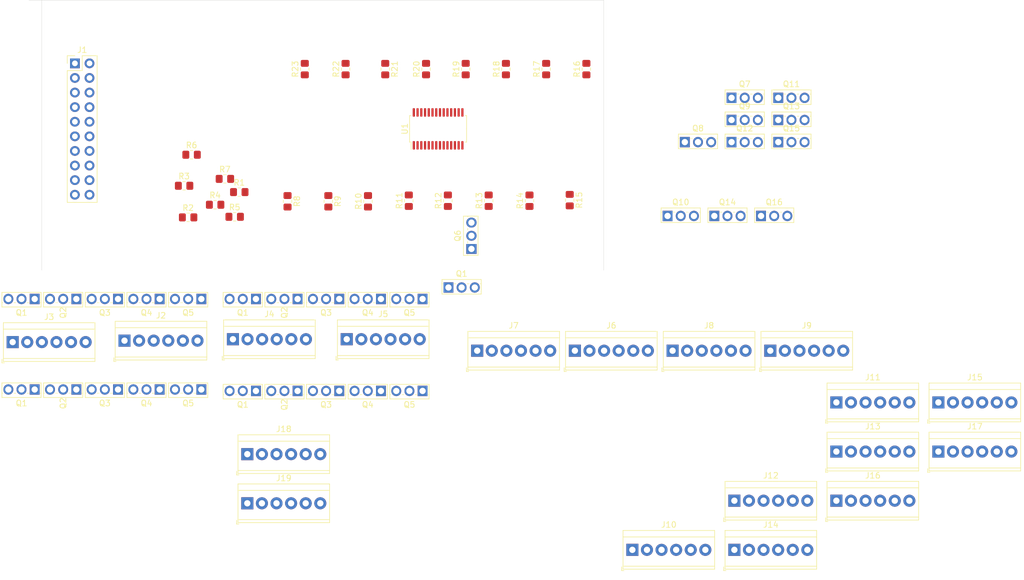
<source format=kicad_pcb>
(kicad_pcb (version 20221018) (generator pcbnew)
  (layers (0 "F.Cu" signal) (31 "B.Cu" signal) (34 "B.Paste" user) (35 "F.Paste" user) (36 "B.SilkS" user "B.Silkscreen") (37 "F.SilkS" user "F.Silkscreen") (38 "B.Mask" user) (39 "F.Mask" user) (44 "Edge.Cuts" user))
  (net 0 "")
  (net 1 "Net-(R7-Pad1)")
  (net 2 "Net-(R6-Pad1)")
  (net 3 "GND")
  (net 4 "Net-(R5-Pad1)")
  (net 5 "Net-(R4-Pad1)")
  (net 6 "Net-(R3-Pad1)")
  (net 7 "Net-(R2-Pad1)")
  (net 8 "Net-(R1-Pad1)")
  (net 9 "+5V")
  (net 10 "/nOE")
  (net 11 "Net-(J1-Pad11)")
  (net 12 "/SCL")
  (net 13 "Net-(J1-Pad9)")
  (net 14 "/SDA")
  (net 15 "Net-(J1-Pad7)")
  (net 16 "VCC")
  (net 17 "/LED0")
  (net 18 "/LED1")
  (net 19 "/LED15")
  (net 20 "/LED14")
  (net 21 "/LED13")
  (net 22 "/LED12")
  (net 23 "/LED11")
  (net 24 "/LED10")
  (net 25 "/LED9")
  (net 26 "/LED8")
  (net 27 "/LED7")
  (net 28 "/LED6")
  (net 29 "/LED5")
  (net 30 "/LED4")
  (net 31 "/LED3")
  (net 32 "/LED2")
  (net 33 "Net-(J2-Pad1)")
  (net 34 "Net-(J3-Pad1)")
  (net 35 "Net-(J4-Pad1)")
  (net 36 "Net-(Q1-Pad1)")
  (net 37 "Net-(Q1-Pad2)")
  (net 38 "Net-(Q2-Pad1)")
  (net 39 "Net-(Q3-Pad1)")
  (net 40 "Net-(Q4-Pad1)")
  (net 41 "Net-(Q5-Pad1)")
  (net 42 "Net-(Q6-Pad2)")
  (net 43 "Net-(Q6-Pad1)")
  (net 44 "Net-(Q7-Pad2)")
  (net 45 "Net-(Q7-Pad1)")
  (net 46 "Net-(Q8-Pad2)")
  (net 47 "Net-(Q8-Pad1)")
  (net 48 "Net-(Q9-Pad2)")
  (net 49 "Net-(Q9-Pad1)")
  (net 50 "Net-(Q10-Pad2)")
  (net 51 "Net-(Q10-Pad1)")
  (net 52 "Net-(Q11-Pad2)")
  (net 53 "Net-(Q11-Pad1)")
  (net 54 "Net-(Q12-Pad2)")
  (net 55 "Net-(Q12-Pad1)")
  (net 56 "Net-(Q13-Pad2)")
  (net 57 "Net-(Q13-Pad1)")
  (net 58 "Net-(Q14-Pad2)")
  (net 59 "Net-(Q14-Pad1)")
  (net 60 "Net-(Q15-Pad2)")
  (net 61 "Net-(Q15-Pad1)")
  (net 62 "Net-(Q16-Pad2)")
  (net 63 "Net-(Q16-Pad1)")
  (net 64 "/LED4_OUT")
  (net 65 "/LED3_OUT")
  (net 66 "/LED2_OUT")
  (net 67 "/LED1_OUT")
  (net 68 "/LED0_OUT")
  (net 69 "/LED9_OUT")
  (net 70 "/LED8_OUT")
  (net 71 "/LED7_OUT")
  (net 72 "/LED6_OUT")
  (net 73 "/LED5_OUT")
  (net 74 "/LED14_OUT")
  (net 75 "/LED13_OUT")
  (net 76 "/LED12_OUT")
  (net 77 "/LED11_OUT")
  (net 78 "/LED10_OUT")
  (net 79 "Net-(J5-Pad1)")
  (net 80 "Net-(J6-Pad1)")
  (net 81 "Net-(J7-Pad1)")
  (net 82 "Net-(J8-Pad6)")
  (net 83 "Net-(J8-Pad5)")
  (net 84 "Net-(J8-Pad4)")
  (net 85 "Net-(J8-Pad3)")
  (net 86 "Net-(J8-Pad2)")
  (net 87 "Net-(J8-Pad1)")
  (net 88 "Net-(J9-Pad6)")
  (net 89 "Net-(J9-Pad5)")
  (net 90 "Net-(J9-Pad4)")
  (net 91 "Net-(J9-Pad3)")
  (net 92 "Net-(J9-Pad2)")
  (net 93 "Net-(J9-Pad1)")
  (net 94 "Net-(J10-Pad6)")
  (net 95 "Net-(J10-Pad5)")
  (net 96 "Net-(J10-Pad4)")
  (net 97 "Net-(J10-Pad3)")
  (net 98 "Net-(J10-Pad2)")
  (net 99 "Net-(J10-Pad1)")
  (net 100 "Net-(J11-Pad6)")
  (net 101 "Net-(J11-Pad5)")
  (net 102 "Net-(J11-Pad4)")
  (net 103 "Net-(J11-Pad3)")
  (net 104 "Net-(J11-Pad2)")
  (net 105 "Net-(J11-Pad1)")
  (net 106 "Net-(J12-Pad1)")
  (net 107 "Net-(J13-Pad6)")
  (net 108 "Net-(J13-Pad5)")
  (net 109 "Net-(J13-Pad4)")
  (net 110 "Net-(J13-Pad3)")
  (net 111 "Net-(J13-Pad2)")
  (net 112 "Net-(J13-Pad1)")
  (net 113 "Net-(J14-Pad6)")
  (net 114 "Net-(J14-Pad5)")
  (net 115 "Net-(J14-Pad4)")
  (net 116 "Net-(J14-Pad3)")
  (net 117 "Net-(J14-Pad2)")
  (net 118 "Net-(J14-Pad1)")
  (net 119 "Net-(J15-Pad1)")
  (net 120 "Net-(J16-Pad6)")
  (net 121 "Net-(J16-Pad5)")
  (net 122 "Net-(J16-Pad4)")
  (net 123 "Net-(J16-Pad3)")
  (net 124 "Net-(J16-Pad2)")
  (net 125 "Net-(J16-Pad1)")
  (net 126 "Net-(J17-Pad1)")
  (net 127 "Net-(J18-Pad6)")
  (net 128 "Net-(J18-Pad5)")
  (net 129 "Net-(J18-Pad4)")
  (net 130 "Net-(J18-Pad3)")
  (net 131 "Net-(J18-Pad2)")
  (net 132 "Net-(J18-Pad1)")
  (net 133 "Net-(J19-Pad6)")
  (net 134 "Net-(J19-Pad5)")
  (net 135 "Net-(J19-Pad4)")
  (net 136 "Net-(J19-Pad3)")
  (net 137 "Net-(J19-Pad2)")
  (net 138 "Net-(J19-Pad1)")
  (footprint "Connector_PinHeader_2.54mm:PinHeader_2x10_P2.54mm_Vertical" (layer "F.Cu") (at 68 41)
    (fp_text reference "J1" (at 1.27 -2.33) (layer "F.SilkS"))
    (fp_text value "Conn_02x10_Odd_Even")
    (pad "1" thru_hole rect (at 0 0) (size 1.7 1.7) (drill 1) (layers "*.Cu" "*.Mask") (net 16 "VCC"))
    (pad "2" thru_hole oval (at 2.54 0) (size 1.7 1.7) (drill 1) (layers "*.Cu" "*.Mask") (net 16 "VCC"))
    (pad "3" thru_hole oval (at 0 2.54) (size 1.7 1.7) (drill 1) (layers "*.Cu" "*.Mask") (net 16 "VCC"))
    (pad "4" thru_hole oval (at 2.54 2.54) (size 1.7 1.7) (drill 1) (layers "*.Cu" "*.Mask") (net 16 "VCC"))
    (pad "5" thru_hole oval (at 0 5.08) (size 1.7 1.7) (drill 1) (layers "*.Cu" "*.Mask") (net 16 "VCC"))
    (pad "6" thru_hole oval (at 2.54 5.08) (size 1.7 1.7) (drill 1) (layers "*.Cu" "*.Mask") (net 16 "VCC"))
    (pad "7" thru_hole oval (at 0 7.62) (size 1.7 1.7) (drill 1) (layers "*.Cu" "*.Mask") (net 15 "Net-(J1-Pad7)"))
    (pad "8" thru_hole oval (at 2.54 7.62) (size 1.7 1.7) (drill 1) (layers "*.Cu" "*.Mask") (net 10 "/nOE"))
    (pad "9" thru_hole oval (at 0 10.16) (size 1.7 1.7) (drill 1) (layers "*.Cu" "*.Mask") (net 13 "Net-(J1-Pad9)"))
    (pad "10" thru_hole oval (at 2.54 10.16) (size 1.7 1.7) (drill 1) (layers "*.Cu" "*.Mask") (net 12 "/SCL"))
    (pad "11" thru_hole oval (at 0 12.7) (size 1.7 1.7) (drill 1) (layers "*.Cu" "*.Mask") (net 11 "Net-(J1-Pad11)"))
    (pad "12" thru_hole oval (at 2.54 12.7) (size 1.7 1.7) (drill 1) (layers "*.Cu" "*.Mask") (net 14 "/SDA"))
    (pad "13" thru_hole oval (at 0 15.24) (size 1.7 1.7) (drill 1) (layers "*.Cu" "*.Mask") (net 9 "+5V"))
    (pad "14" thru_hole oval (at 2.54 15.24) (size 1.7 1.7) (drill 1) (layers "*.Cu" "*.Mask") (net 9 "+5V"))
    (pad "15" thru_hole oval (at 0 17.78) (size 1.7 1.7) (drill 1) (layers "*.Cu" "*.Mask") (net 3 "GND"))
    (pad "16" thru_hole oval (at 2.54 17.78) (size 1.7 1.7) (drill 1) (layers "*.Cu" "*.Mask") (net 3 "GND"))
    (pad "17" thru_hole oval (at 0 20.32) (size 1.7 1.7) (drill 1) (layers "*.Cu" "*.Mask") (net 3 "GND"))
    (pad "18" thru_hole oval (at 2.54 20.32) (size 1.7 1.7) (drill 1) (layers "*.Cu" "*.Mask") (net 3 "GND"))
    (pad "19" thru_hole oval (at 0 22.86) (size 1.7 1.7) (drill 1) (layers "*.Cu" "*.Mask") (net 3 "GND"))
    (pad "20" thru_hole oval (at 2.54 22.86) (size 1.7 1.7) (drill 1) (layers "*.Cu" "*.Mask") (net 3 "GND"))
  )
  (footprint "Resistor_SMD:R_0805_2012Metric_Pad1.20x1.40mm_HandSolder" (layer "F.Cu") (at 87.7 67.8)
    (fp_text reference "R2" (at 0 -1.65) (layer "F.SilkS"))
    (fp_text value "R")
    (pad "1" smd roundrect (at -1 0) (size 1.2 1.4) (layers "F.Cu" "F.Paste" "F.Mask") (roundrect_rratio 0.208333) (net 7 "Net-(R2-Pad1)"))
    (pad "2" smd roundrect (at 1 0) (size 1.2 1.4) (layers "F.Cu" "F.Paste" "F.Mask") (roundrect_rratio 0.208333) (net 3 "GND"))
  )
  (footprint "Resistor_SMD:R_0805_2012Metric_Pad1.20x1.40mm_HandSolder" (layer "F.Cu") (at 92.4 65.6)
    (fp_text reference "R4" (at 0 -1.65) (layer "F.SilkS"))
    (fp_text value "R")
    (pad "1" smd roundrect (at -1 0) (size 1.2 1.4) (layers "F.Cu" "F.Paste" "F.Mask") (roundrect_rratio 0.208333) (net 5 "Net-(R4-Pad1)"))
    (pad "2" smd roundrect (at 1 0) (size 1.2 1.4) (layers "F.Cu" "F.Paste" "F.Mask") (roundrect_rratio 0.208333) (net 3 "GND"))
  )
  (footprint "Resistor_SMD:R_0805_2012Metric_Pad1.20x1.40mm_HandSolder" (layer "F.Cu") (at 95.8 67.7)
    (fp_text reference "R5" (at 0 -1.65) (layer "F.SilkS"))
    (fp_text value "R")
    (pad "1" smd roundrect (at -1 0) (size 1.2 1.4) (layers "F.Cu" "F.Paste" "F.Mask") (roundrect_rratio 0.208333) (net 4 "Net-(R5-Pad1)"))
    (pad "2" smd roundrect (at 1 0) (size 1.2 1.4) (layers "F.Cu" "F.Paste" "F.Mask") (roundrect_rratio 0.208333) (net 3 "GND"))
  )
  (footprint "Resistor_SMD:R_0805_2012Metric_Pad1.20x1.40mm_HandSolder" (layer "F.Cu") (at 88.3 56.9)
    (fp_text reference "R6" (at 0 -1.65) (layer "F.SilkS"))
    (fp_text value "R")
    (pad "1" smd roundrect (at -1 0) (size 1.2 1.4) (layers "F.Cu" "F.Paste" "F.Mask") (roundrect_rratio 0.208333) (net 2 "Net-(R6-Pad1)"))
    (pad "2" smd roundrect (at 1 0) (size 1.2 1.4) (layers "F.Cu" "F.Paste" "F.Mask") (roundrect_rratio 0.208333) (net 3 "GND"))
  )
  (footprint "Resistor_SMD:R_0805_2012Metric_Pad1.20x1.40mm_HandSolder" (layer "F.Cu") (at 105 65 -90)
    (fp_text reference "R8" (at 0 -1.65 90) (layer "F.SilkS"))
    (fp_text value "R")
    (pad "1" smd roundrect (at -1 0 270) (size 1.2 1.4) (layers "F.Cu" "F.Paste" "F.Mask") (roundrect_rratio 0.208333) (net 17 "/LED0"))
    (pad "2" smd roundrect (at 1 0 270) (size 1.2 1.4) (layers "F.Cu" "F.Paste" "F.Mask") (roundrect_rratio 0.208333) (net 36 "Net-(Q1-Pad1)"))
  )
  (footprint "Resistor_SMD:R_0805_2012Metric_Pad1.20x1.40mm_HandSolder" (layer "F.Cu") (at 126.1 64.9 90)
    (fp_text reference "R11" (at 0 -1.65 90) (layer "F.SilkS"))
    (fp_text value "R")
    (pad "1" smd roundrect (at -1 0 90) (size 1.2 1.4) (layers "F.Cu" "F.Paste" "F.Mask") (roundrect_rratio 0.208333) (net 31 "/LED3"))
    (pad "2" smd roundrect (at 1 0 90) (size 1.2 1.4) (layers "F.Cu" "F.Paste" "F.Mask") (roundrect_rratio 0.208333) (net 40 "Net-(Q4-Pad1)"))
  )
  (footprint "Resistor_SMD:R_0805_2012Metric_Pad1.20x1.40mm_HandSolder" (layer "F.Cu") (at 140 64.9 90)
    (fp_text reference "R13" (at 0 -1.65 90) (layer "F.SilkS"))
    (fp_text value "R")
    (pad "1" smd roundrect (at -1 0 90) (size 1.2 1.4) (layers "F.Cu" "F.Paste" "F.Mask") (roundrect_rratio 0.208333) (net 29 "/LED5"))
    (pad "2" smd roundrect (at 1 0 90) (size 1.2 1.4) (layers "F.Cu" "F.Paste" "F.Mask") (roundrect_rratio 0.208333) (net 43 "Net-(Q6-Pad1)"))
  )
  (footprint "Resistor_SMD:R_0805_2012Metric_Pad1.20x1.40mm_HandSolder" (layer "F.Cu") (at 147.1 64.9 90)
    (fp_text reference "R14" (at 0 -1.65 90) (layer "F.SilkS"))
    (fp_text value "R")
    (pad "1" smd roundrect (at -1 0 90) (size 1.2 1.4) (layers "F.Cu" "F.Paste" "F.Mask") (roundrect_rratio 0.208333) (net 28 "/LED6"))
    (pad "2" smd roundrect (at 1 0 90) (size 1.2 1.4) (layers "F.Cu" "F.Paste" "F.Mask") (roundrect_rratio 0.208333) (net 45 "Net-(Q7-Pad1)"))
  )
  (footprint "Resistor_SMD:R_0805_2012Metric_Pad1.20x1.40mm_HandSolder" (layer "F.Cu") (at 143 42 90)
    (fp_text reference "R18" (at 0 -1.65 90) (layer "F.SilkS"))
    (fp_text value "R")
    (pad "1" smd roundrect (at -1 0 90) (size 1.2 1.4) (layers "F.Cu" "F.Paste" "F.Mask") (roundrect_rratio 0.208333) (net 24 "/LED10"))
    (pad "2" smd roundrect (at 1 0 90) (size 1.2 1.4) (layers "F.Cu" "F.Paste" "F.Mask") (roundrect_rratio 0.208333) (net 53 "Net-(Q11-Pad1)"))
  )
  (footprint "Resistor_SMD:R_0805_2012Metric_Pad1.20x1.40mm_HandSolder" (layer "F.Cu") (at 136 42 90)
    (fp_text reference "R19" (at 0 -1.65 90) (layer "F.SilkS"))
    (fp_text value "R")
    (pad "1" smd roundrect (at -1 0 90) (size 1.2 1.4) (layers "F.Cu" "F.Paste" "F.Mask") (roundrect_rratio 0.208333) (net 23 "/LED11"))
    (pad "2" smd roundrect (at 1 0 90) (size 1.2 1.4) (layers "F.Cu" "F.Paste" "F.Mask") (roundrect_rratio 0.208333) (net 55 "Net-(Q12-Pad1)"))
  )
  (footprint "Resistor_SMD:R_0805_2012Metric_Pad1.20x1.40mm_HandSolder" (layer "F.Cu") (at 122 42 -90)
    (fp_text reference "R21" (at 0 -1.65 90) (layer "F.SilkS"))
    (fp_text value "R")
    (pad "1" smd roundrect (at -1 0 270) (size 1.2 1.4) (layers "F.Cu" "F.Paste" "F.Mask") (roundrect_rratio 0.208333) (net 21 "/LED13"))
    (pad "2" smd roundrect (at 1 0 270) (size 1.2 1.4) (layers "F.Cu" "F.Paste" "F.Mask") (roundrect_rratio 0.208333) (net 59 "Net-(Q14-Pad1)"))
  )
  (footprint "Resistor_SMD:R_0805_2012Metric_Pad1.20x1.40mm_HandSolder" (layer "F.Cu") (at 115.1 42 90)
    (fp_text reference "R22" (at 0 -1.65 90) (layer "F.SilkS"))
    (fp_text value "R")
    (pad "1" smd roundrect (at -1 0 90) (size 1.2 1.4) (layers "F.Cu" "F.Paste" "F.Mask") (roundrect_rratio 0.208333) (net 20 "/LED14"))
    (pad "2" smd roundrect (at 1 0 90) (size 1.2 1.4) (layers "F.Cu" "F.Paste" "F.Mask") (roundrect_rratio 0.208333) (net 61 "Net-(Q15-Pad1)"))
  )
  (footprint "Resistor_SMD:R_0805_2012Metric_Pad1.20x1.40mm_HandSolder" (layer "F.Cu") (at 108 42 90)
    (fp_text reference "R23" (at 0 -1.65 90) (layer "F.SilkS"))
    (fp_text value "R")
    (pad "1" smd roundrect (at -1 0 90) (size 1.2 1.4) (layers "F.Cu" "F.Paste" "F.Mask") (roundrect_rratio 0.208333) (net 19 "/LED15"))
    (pad "2" smd roundrect (at 1 0 90) (size 1.2 1.4) (layers "F.Cu" "F.Paste" "F.Mask") (roundrect_rratio 0.208333) (net 63 "Net-(Q16-Pad1)"))
  )
  (footprint "Resistor_SMD:R_0805_2012Metric_Pad1.20x1.40mm_HandSolder" (layer "F.Cu") (at 96.6 63.4)
    (fp_text reference "R1" (at 0 -1.65) (layer "F.SilkS"))
    (fp_text value "R")
    (pad "1" smd roundrect (at -1 0) (size 1.2 1.4) (layers "F.Cu" "F.Paste" "F.Mask") (roundrect_rratio 0.208333) (net 8 "Net-(R1-Pad1)"))
    (pad "2" smd roundrect (at 1 0) (size 1.2 1.4) (layers "F.Cu" "F.Paste" "F.Mask") (roundrect_rratio 0.208333) (net 3 "GND"))
  )
  (footprint "Resistor_SMD:R_0805_2012Metric_Pad1.20x1.40mm_HandSolder" (layer "F.Cu") (at 154.1 64.8 -90)
    (fp_text reference "R15" (at 0 -1.65 90) (layer "F.SilkS"))
    (fp_text value "R")
    (pad "1" smd roundrect (at -1 0 270) (size 1.2 1.4) (layers "F.Cu" "F.Paste" "F.Mask") (roundrect_rratio 0.208333) (net 27 "/LED7"))
    (pad "2" smd roundrect (at 1 0 270) (size 1.2 1.4) (layers "F.Cu" "F.Paste" "F.Mask") (roundrect_rratio 0.208333) (net 47 "Net-(Q8-Pad1)"))
  )
  (footprint "Resistor_SMD:R_0805_2012Metric_Pad1.20x1.40mm_HandSolder" (layer "F.Cu") (at 132.9 64.9 90)
    (fp_text reference "R12" (at 0 -1.65 90) (layer "F.SilkS"))
    (fp_text value "R")
    (pad "1" smd roundrect (at -1 0 90) (size 1.2 1.4) (layers "F.Cu" "F.Paste" "F.Mask") (roundrect_rratio 0.208333) (net 30 "/LED4"))
    (pad "2" smd roundrect (at 1 0 90) (size 1.2 1.4) (layers "F.Cu" "F.Paste" "F.Mask") (roundrect_rratio 0.208333) (net 41 "Net-(Q5-Pad1)"))
  )
  (footprint "Resistor_SMD:R_0805_2012Metric_Pad1.20x1.40mm_HandSolder" (layer "F.Cu") (at 119 65 90)
    (fp_text reference "R10" (at 0 -1.65 90) (layer "F.SilkS"))
    (fp_text value "R")
    (pad "1" smd roundrect (at -1 0 90) (size 1.2 1.4) (layers "F.Cu" "F.Paste" "F.Mask") (roundrect_rratio 0.208333) (net 32 "/LED2"))
    (pad "2" smd roundrect (at 1 0 90) (size 1.2 1.4) (layers "F.Cu" "F.Paste" "F.Mask") (roundrect_rratio 0.208333) (net 39 "Net-(Q3-Pad1)"))
  )
  (footprint "Resistor_SMD:R_0805_2012Metric_Pad1.20x1.40mm_HandSolder" (layer "F.Cu") (at 94.1 61.1)
    (fp_text reference "R7" (at 0 -1.65) (layer "F.SilkS"))
    (fp_text value "R")
    (pad "1" smd roundrect (at -1 0) (size 1.2 1.4) (layers "F.Cu" "F.Paste" "F.Mask") (roundrect_rratio 0.208333) (net 1 "Net-(R7-Pad1)"))
    (pad "2" smd roundrect (at 1 0) (size 1.2 1.4) (layers "F.Cu" "F.Paste" "F.Mask") (roundrect_rratio 0.208333) (net 3 "GND"))
  )
  (footprint "Resistor_SMD:R_0805_2012Metric_Pad1.20x1.40mm_HandSolder" (layer "F.Cu") (at 112.1 65 -90)
    (fp_text reference "R9" (at 0 -1.65 90) (layer "F.SilkS"))
    (fp_text value "R")
    (pad "1" smd roundrect (at -1 0 270) (size 1.2 1.4) (layers "F.Cu" "F.Paste" "F.Mask") (roundrect_rratio 0.208333) (net 18 "/LED1"))
    (pad "2" smd roundrect (at 1 0 270) (size 1.2 1.4) (layers "F.Cu" "F.Paste" "F.Mask") (roundrect_rratio 0.208333) (net 38 "Net-(Q2-Pad1)"))
  )
  (footprint "Resistor_SMD:R_0805_2012Metric_Pad1.20x1.40mm_HandSolder" (layer "F.Cu") (at 129.1 42 90)
    (fp_text reference "R20" (at 0 -1.65 90) (layer "F.SilkS"))
    (fp_text value "R")
    (pad "1" smd roundrect (at -1 0 90) (size 1.2 1.4) (layers "F.Cu" "F.Paste" "F.Mask") (roundrect_rratio 0.208333) (net 22 "/LED12"))
    (pad "2" smd roundrect (at 1 0 90) (size 1.2 1.4) (layers "F.Cu" "F.Paste" "F.Mask") (roundrect_rratio 0.208333) (net 57 "Net-(Q13-Pad1)"))
  )
  (footprint "Resistor_SMD:R_0805_2012Metric_Pad1.20x1.40mm_HandSolder" (layer "F.Cu") (at 157 42 90)
    (fp_text reference "R16" (at 0 -1.65 90) (layer "F.SilkS"))
    (fp_text value "R")
    (pad "1" smd roundrect (at -1 0 90) (size 1.2 1.4) (layers "F.Cu" "F.Paste" "F.Mask") (roundrect_rratio 0.208333) (net 26 "/LED8"))
    (pad "2" smd roundrect (at 1 0 90) (size 1.2 1.4) (layers "F.Cu" "F.Paste" "F.Mask") (roundrect_rratio 0.208333) (net 49 "Net-(Q9-Pad1)"))
  )
  (footprint "Resistor_SMD:R_0805_2012Metric_Pad1.20x1.40mm_HandSolder" (layer "F.Cu") (at 87 62.3)
    (fp_text reference "R3" (at 0 -1.65) (layer "F.SilkS"))
    (fp_text value "R")
    (pad "1" smd roundrect (at -1 0) (size 1.2 1.4) (layers "F.Cu" "F.Paste" "F.Mask") (roundrect_rratio 0.208333) (net 6 "Net-(R3-Pad1)"))
    (pad "2" smd roundrect (at 1 0) (size 1.2 1.4) (layers "F.Cu" "F.Paste" "F.Mask") (roundrect_rratio 0.208333) (net 3 "GND"))
  )
  (footprint "Package_SO:TSSOP-28_4.4x9.7mm_P0.65mm" (layer "F.Cu") (at 131.2 52.4 90)
    (fp_text reference "U1" (at 0 -5.8 90) (layer "F.SilkS"))
    (fp_text value "PCA9635")
    (pad "1" smd roundrect (at -2.8625 -4.225 90) (size 1.475 0.4) (layers "F.Cu" "F.Paste" "F.Mask") (net 8 "Net-(R1-Pad1)"))
    (pad "2" smd roundrect (at -2.8625 -3.575 90) (size 1.475 0.4) (layers "F.Cu" "F.Paste" "F.Mask") (net 7 "Net-(R2-Pad1)"))
    (pad "3" smd roundrect (at -2.8625 -2.925 90) (size 1.475 0.4) (layers "F.Cu" "F.Paste" "F.Mask") (net 6 "Net-(R3-Pad1)"))
    (pad "4" smd roundrect (at -2.8625 -2.275 90) (size 1.475 0.4) (layers "F.Cu" "F.Paste" "F.Mask") (net 5 "Net-(R4-Pad1)"))
    (pad "5" smd roundrect (at -2.8625 -1.625 90) (size 1.475 0.4) (layers "F.Cu" "F.Paste" "F.Mask") (net 4 "Net-(R5-Pad1)"))
    (pad "6" smd roundrect (at -2.8625 -0.975 90) (size 1.475 0.4) (layers "F.Cu" "F.Paste" "F.Mask") (net 17 "/LED0"))
    (pad "7" smd roundrect (at -2.8625 -0.325 90) (size 1.475 0.4) (layers "F.Cu" "F.Paste" "F.Mask") (net 18 "/LED1"))
    (pad "8" smd roundrect (at -2.8625 0.325 90) (size 1.475 0.4) (layers "F.Cu" "F.Paste" "F.Mask") (net 32 "/LED2"))
    (pad "9" smd roundrect (at -2.8625 0.975 90) (size 1.475 0.4) (layers "F.Cu" "F.Paste" "F.Mask") (net 31 "/LED3"))
    (pad "10" smd roundrect (at -2.8625 1.625 90) (size 1.475 0.4) (layers "F.Cu" "F.Paste" "F.Mask") (net 30 "/LED4"))
    (pad "11" smd roundrect (at -2.8625 2.275 90) (size 1.475 0.4) (layers "F.Cu" "F.Paste" "F.Mask") (net 29 "/LED5"))
    (pad "12" smd roundrect (at -2.8625 2.925 90) (size 1.475 0.4) (layers "F.Cu" "F.Paste" "F.Mask") (net 28 "/LED6"))
    (pad "13" smd roundrect (at -2.8625 3.575 90) (size 1.475 0.4) (layers "F.Cu" "F.Paste" "F.Mask") (net 27 "/LED7"))
    (pad "14" smd roundrect (at -2.8625 4.225 90) (size 1.475 0.4) (layers "F.Cu" "F.Paste" "F.Mask") (net 3 "GND"))
    (pad "15" smd roundrect (at 2.8625 4.225 90) (size 1.475 0.4) (layers "F.Cu" "F.Paste" "F.Mask") (net 26 "/LED8"))
    (pad "16" smd roundrect (at 2.8625 3.575 90) (size 1.475 0.4) (layers "F.Cu" "F.Paste" "F.Mask") (net 25 "/LED9"))
    (pad "17" smd roundrect (at 2.8625 2.925 90) (size 1.475 0.4) (layers "F.Cu" "F.Paste" "F.Mask") (net 24 "/LED10"))
    (pad "18" smd roundrect (at 2.8625 2.275 90) (size 1.475 0.4) (layers "F.Cu" "F.Paste" "F.Mask") (net 23 "/LED11"))
    (pad "19" smd roundrect (at 2.8625 1.625 90) (size 1.475 0.4) (layers "F.Cu" "F.Paste" "F.Mask") (net 22 "/LED12"))
    (pad "20" smd roundrect (at 2.8625 0.975 90) (size 1.475 0.4) (layers "F.Cu" "F.Paste" "F.Mask") (net 21 "/LED13"))
    (pad "21" smd roundrect (at 2.8625 0.325 90) (size 1.475 0.4) (layers "F.Cu" "F.Paste" "F.Mask") (net 20 "/LED14"))
    (pad "22" smd roundrect (at 2.8625 -0.325 90) (size 1.475 0.4) (layers "F.Cu" "F.Paste" "F.Mask") (net 19 "/LED15"))
    (pad "23" smd roundrect (at 2.8625 -0.975 90) (size 1.475 0.4) (layers "F.Cu" "F.Paste" "F.Mask") (net 10 "/nOE"))
    (pad "24" smd roundrect (at 2.8625 -1.625 90) (size 1.475 0.4) (layers "F.Cu" "F.Paste" "F.Mask") (net 2 "Net-(R6-Pad1)"))
    (pad "25" smd roundrect (at 2.8625 -2.275 90) (size 1.475 0.4) (layers "F.Cu" "F.Paste" "F.Mask") (net 1 "Net-(R7-Pad1)"))
    (pad "26" smd roundrect (at 2.8625 -2.925 90) (size 1.475 0.4) (layers "F.Cu" "F.Paste" "F.Mask") (net 12 "/SCL"))
    (pad "27" smd roundrect (at 2.8625 -3.575 90) (size 1.475 0.4) (layers "F.Cu" "F.Paste" "F.Mask") (net 14 "/SDA"))
    (pad "28" smd roundrect (at 2.8625 -4.225 90) (size 1.475 0.4) (layers "F.Cu" "F.Paste" "F.Mask") (net 9 "+5V"))
  )
  (footprint "Package_TO_SOT_THT:TO-251-3_Vertical" (layer "F.Cu") (at 133 80)
    (fp_text reference "Q1" (at 2.29 -2.39) (layer "F.SilkS"))
    (fp_text value "BUK7880-55A")
    (pad "1" thru_hole rect (at 0 0) (size 1.7175 1.8) (drill 1.1) (layers "*.Cu" "*.Mask") (net 36 "Net-(Q1-Pad1)"))
    (pad "2" thru_hole oval (at 2.29 0) (size 1.7175 1.8) (drill 1.1) (layers "*.Cu" "*.Mask") (net 37 "Net-(Q1-Pad2)"))
    (pad "3" thru_hole oval (at 4.58 0) (size 1.7175 1.8) (drill 1.1) (layers "*.Cu" "*.Mask") (net 3 "GND"))
  )
  (footprint "Resistor_SMD:R_0805_2012Metric_Pad1.20x1.40mm_HandSolder" (layer "F.Cu") (at 150 42 90)
    (fp_text reference "R17" (at 0 -1.65 90) (layer "F.SilkS"))
    (fp_text value "R")
    (pad "1" smd roundrect (at -1 0 90) (size 1.2 1.4) (layers "F.Cu" "F.Paste" "F.Mask") (roundrect_rratio 0.208333) (net 25 "/LED9"))
    (pad "2" smd roundrect (at 1 0 90) (size 1.2 1.4) (layers "F.Cu" "F.Paste" "F.Mask") (roundrect_rratio 0.208333) (net 51 "Net-(Q10-Pad1)"))
  )
  (footprint "TerminalBlock_TE-Connectivity:TerminalBlock_TE_282834-6_1x06_P2.54mm_Horizontal" (layer "F.Cu") (at 76.63 89.25)
    (fp_text reference "J2" (at 6.35 -4.37) (layer "F.SilkS"))
    (fp_text value "Screw_Terminal_01x06")
    (pad "1" thru_hole rect (at 0 0) (size 2.1 2.1) (drill 1.1) (layers "*.Cu" "*.Mask") (net 33 "Net-(J2-Pad1)"))
    (pad "2" thru_hole circle (at 2.54 0) (size 2.1 2.1) (drill 1.1) (layers "*.Cu" "*.Mask") (net 73 "/LED5_OUT"))
    (pad "3" thru_hole circle (at 5.08 0) (size 2.1 2.1) (drill 1.1) (layers "*.Cu" "*.Mask") (net 72 "/LED6_OUT"))
    (pad "4" thru_hole circle (at 7.62 0) (size 2.1 2.1) (drill 1.1) (layers "*.Cu" "*.Mask") (net 71 "/LED7_OUT"))
    (pad "5" thru_hole circle (at 10.16 0) (size 2.1 2.1) (drill 1.1) (layers "*.Cu" "*.Mask") (net 70 "/LED8_OUT"))
    (pad "6" thru_hole circle (at 12.7 0) (size 2.1 2.1) (drill 1.1) (layers "*.Cu" "*.Mask") (net 69 "/LED9_OUT"))
  )
  (footprint "Package_TO_SOT_THT:TO-251-3_Vertical" (layer "F.Cu") (at 68.25 82 180)
    (fp_text reference "Q2" (at 2.29 -2.39 270) (layer "F.SilkS"))
    (fp_text value "QM6006D")
    (pad "1" thru_hole rect (at 0 0 180) (size 1.7175 1.8) (drill 1.1) (layers "*.Cu" "*.Mask") (net 38 "Net-(Q2-Pad1)"))
    (pad "2" thru_hole oval (at 2.29 0 180) (size 1.7175 1.8) (drill 1.1) (layers "*.Cu" "*.Mask") (net 67 "/LED1_OUT"))
    (pad "3" thru_hole oval (at 4.58 0 180) (size 1.7175 1.8) (drill 1.1) (layers "*.Cu" "*.Mask") (net 3 "GND"))
  )
  (footprint "Package_TO_SOT_THT:TO-251-3_Vertical" (layer "F.Cu") (at 75.5 82 180)
    (fp_text reference "Q3" (at 2.29 -2.39) (layer "F.SilkS"))
    (fp_text value "QM6006D")
    (pad "1" thru_hole rect (at 0 0 180) (size 1.7175 1.8) (drill 1.1) (layers "*.Cu" "*.Mask") (net 39 "Net-(Q3-Pad1)"))
    (pad "2" thru_hole oval (at 2.29 0 180) (size 1.7175 1.8) (drill 1.1) (layers "*.Cu" "*.Mask") (net 66 "/LED2_OUT"))
    (pad "3" thru_hole oval (at 4.58 0 180) (size 1.7175 1.8) (drill 1.1) (layers "*.Cu" "*.Mask") (net 3 "GND"))
  )
  (footprint "Package_TO_SOT_THT:TO-251-3_Vertical" (layer "F.Cu") (at 82.75 82 180)
    (fp_text reference "Q4" (at 2.29 -2.39) (layer "F.SilkS"))
    (fp_text value "QM6006D")
    (pad "1" thru_hole rect (at 0 0 180) (size 1.7175 1.8) (drill 1.1) (layers "*.Cu" "*.Mask") (net 40 "Net-(Q4-Pad1)"))
    (pad "2" thru_hole oval (at 2.29 0 180) (size 1.7175 1.8) (drill 1.1) (layers "*.Cu" "*.Mask") (net 65 "/LED3_OUT"))
    (pad "3" thru_hole oval (at 4.58 0 180) (size 1.7175 1.8) (drill 1.1) (layers "*.Cu" "*.Mask") (net 3 "GND"))
  )
  (footprint "Package_TO_SOT_THT:TO-251-3_Vertical" (layer "F.Cu") (at 90 82 180)
    (fp_text reference "Q5" (at 2.29 -2.39) (layer "F.SilkS"))
    (fp_text value "QM6006D")
    (pad "1" thru_hole rect (at 0 0 180) (size 1.7175 1.8) (drill 1.1) (layers "*.Cu" "*.Mask") (net 41 "Net-(Q5-Pad1)"))
    (pad "2" thru_hole oval (at 2.29 0 180) (size 1.7175 1.8) (drill 1.1) (layers "*.Cu" "*.Mask") (net 64 "/LED4_OUT"))
    (pad "3" thru_hole oval (at 4.58 0 180) (size 1.7175 1.8) (drill 1.1) (layers "*.Cu" "*.Mask") (net 3 "GND"))
  )
  (footprint "Package_TO_SOT_THT:TO-251-3_Vertical" (layer "F.Cu") (at 137 73.29 90)
    (fp_text reference "Q6" (at 2.29 -2.39 90) (layer "F.SilkS"))
    (fp_text value "QM6006D")
    (pad "1" thru_hole rect (at 0 0 90) (size 1.7175 1.8) (drill 1.1) (layers "*.Cu" "*.Mask") (net 43 "Net-(Q6-Pad1)"))
    (pad "2" thru_hole oval (at 2.29 0 90) (size 1.7175 1.8) (drill 1.1) (layers "*.Cu" "*.Mask") (net 42 "Net-(Q6-Pad2)"))
    (pad "3" thru_hole oval (at 4.58 0 90) (size 1.7175 1.8) (drill 1.1) (layers "*.Cu" "*.Mask") (net 3 "GND"))
  )
  (footprint "Package_TO_SOT_THT:TO-251-3_Vertical" (layer "F.Cu") (at 182.26 47)
    (fp_text reference "Q7" (at 2.29 -2.39) (layer "F.SilkS"))
    (fp_text value "QM6006D")
    (pad "1" thru_hole rect (at 0 0) (size 1.7175 1.8) (drill 1.1) (layers "*.Cu" "*.Mask") (net 45 "Net-(Q7-Pad1)"))
    (pad "2" thru_hole oval (at 2.29 0) (size 1.7175 1.8) (drill 1.1) (layers "*.Cu" "*.Mask") (net 44 "Net-(Q7-Pad2)"))
    (pad "3" thru_hole oval (at 4.58 0) (size 1.7175 1.8) (drill 1.1) (layers "*.Cu" "*.Mask") (net 3 "GND"))
  )
  (footprint "Package_TO_SOT_THT:TO-251-3_Vertical" (layer "F.Cu") (at 174.13 54.7)
    (fp_text reference "Q8" (at 2.29 -2.39) (layer "F.SilkS"))
    (fp_text value "QM6006D")
    (pad "1" thru_hole rect (at 0 0) (size 1.7175 1.8) (drill 1.1) (layers "*.Cu" "*.Mask") (net 47 "Net-(Q8-Pad1)"))
    (pad "2" thru_hole oval (at 2.29 0) (size 1.7175 1.8) (drill 1.1) (layers "*.Cu" "*.Mask") (net 46 "Net-(Q8-Pad2)"))
    (pad "3" thru_hole oval (at 4.58 0) (size 1.7175 1.8) (drill 1.1) (layers "*.Cu" "*.Mask") (net 3 "GND"))
  )
  (footprint "Package_TO_SOT_THT:TO-251-3_Vertical" (layer "F.Cu") (at 182.26 50.85)
    (fp_text reference "Q9" (at 2.29 -2.39) (layer "F.SilkS"))
    (fp_text value "QM6006D")
    (pad "1" thru_hole rect (at 0 0) (size 1.7175 1.8) (drill 1.1) (layers "*.Cu" "*.Mask") (net 49 "Net-(Q9-Pad1)"))
    (pad "2" thru_hole oval (at 2.29 0) (size 1.7175 1.8) (drill 1.1) (layers "*.Cu" "*.Mask") (net 48 "Net-(Q9-Pad2)"))
    (pad "3" thru_hole oval (at 4.58 0) (size 1.7175 1.8) (drill 1.1) (layers "*.Cu" "*.Mask") (net 3 "GND"))
  )
  (footprint "Package_TO_SOT_THT:TO-251-3_Vertical" (layer "F.Cu") (at 171.13 67.55)
    (fp_text reference "Q10" (at 2.29 -2.39) (layer "F.SilkS"))
    (fp_text value "QM6006D")
    (pad "1" thru_hole rect (at 0 0) (size 1.7175 1.8) (drill 1.1) (layers "*.Cu" "*.Mask") (net 51 "Net-(Q10-Pad1)"))
    (pad "2" thru_hole oval (at 2.29 0) (size 1.7175 1.8) (drill 1.1) (layers "*.Cu" "*.Mask") (net 50 "Net-(Q10-Pad2)"))
    (pad "3" thru_hole oval (at 4.58 0) (size 1.7175 1.8) (drill 1.1) (layers "*.Cu" "*.Mask") (net 3 "GND"))
  )
  (footprint "Package_TO_SOT_THT:TO-251-3_Vertical" (layer "F.Cu") (at 190.39 47)
    (fp_text reference "Q11" (at 2.29 -2.39) (layer "F.SilkS"))
    (fp_text value "QM6006D")
    (pad "1" thru_hole rect (at 0 0) (size 1.7175 1.8) (drill 1.1) (layers "*.Cu" "*.Mask") (net 53 "Net-(Q11-Pad1)"))
    (pad "2" thru_hole oval (at 2.29 0) (size 1.7175 1.8) (drill 1.1) (layers "*.Cu" "*.Mask") (net 52 "Net-(Q11-Pad2)"))
    (pad "3" thru_hole oval (at 4.58 0) (size 1.7175 1.8) (drill 1.1) (layers "*.Cu" "*.Mask") (net 3 "GND"))
  )
  (footprint "Package_TO_SOT_THT:TO-251-3_Vertical" (layer "F.Cu") (at 182.26 54.7)
    (fp_text reference "Q12" (at 2.29 -2.39) (layer "F.SilkS"))
    (fp_text value "QM6006D")
    (pad "1" thru_hole rect (at 0 0) (size 1.7175 1.8) (drill 1.1) (layers "*.Cu" "*.Mask") (net 55 "Net-(Q12-Pad1)"))
    (pad "2" thru_hole oval (at 2.29 0) (size 1.7175 1.8) (drill 1.1) (layers "*.Cu" "*.Mask") (net 54 "Net-(Q12-Pad2)"))
    (pad "3" thru_hole oval (at 4.58 0) (size 1.7175 1.8) (drill 1.1) (layers "*.Cu" "*.Mask") (net 3 "GND"))
  )
  (footprint "Package_TO_SOT_THT:TO-251-3_Vertical" (layer "F.Cu") (at 190.39 50.85)
    (fp_text reference "Q13" (at 2.29 -2.39) (layer "F.SilkS"))
    (fp_text value "QM6006D")
    (pad "1" thru_hole rect (at 0 0) (size 1.7175 1.8) (drill 1.1) (layers "*.Cu" "*.Mask") (net 57 "Net-(Q13-Pad1)"))
    (pad "2" thru_hole oval (at 2.29 0) (size 1.7175 1.8) (drill 1.1) (layers "*.Cu" "*.Mask") (net 56 "Net-(Q13-Pad2)"))
    (pad "3" thru_hole oval (at 4.58 0) (size 1.7175 1.8) (drill 1.1) (layers "*.Cu" "*.Mask") (net 3 "GND"))
  )
  (footprint "Package_TO_SOT_THT:TO-251-3_Vertical" (layer "F.Cu") (at 179.26 67.55)
    (fp_text reference "Q14" (at 2.29 -2.39) (layer "F.SilkS"))
    (fp_text value "QM6006D")
    (pad "1" thru_hole rect (at 0 0) (size 1.7175 1.8) (drill 1.1) (layers "*.Cu" "*.Mask") (net 59 "Net-(Q14-Pad1)"))
    (pad "2" thru_hole oval (at 2.29 0) (size 1.7175 1.8) (drill 1.1) (layers "*.Cu" "*.Mask") (net 58 "Net-(Q14-Pad2)"))
    (pad "3" thru_hole oval (at 4.58 0) (size 1.7175 1.8) (drill 1.1) (layers "*.Cu" "*.Mask") (net 3 "GND"))
  )
  (footprint "Package_TO_SOT_THT:TO-251-3_Vertical" (layer "F.Cu") (at 190.39 54.7)
    (fp_text reference "Q15" (at 2.29 -2.39) (layer "F.SilkS"))
    (fp_text value "QM6006D")
    (pad "1" thru_hole rect (at 0 0) (size 1.7175 1.8) (drill 1.1) (layers "*.Cu" "*.Mask") (net 61 "Net-(Q15-Pad1)"))
    (pad "2" thru_hole oval (at 2.29 0) (size 1.7175 1.8) (drill 1.1) (layers "*.Cu" "*.Mask") (net 60 "Net-(Q15-Pad2)"))
    (pad "3" thru_hole oval (at 4.58 0) (size 1.7175 1.8) (drill 1.1) (layers "*.Cu" "*.Mask") (net 3 "GND"))
  )
  (footprint "Package_TO_SOT_THT:TO-251-3_Vertical" (layer "F.Cu") (at 187.39 67.55)
    (fp_text reference "Q16" (at 2.29 -2.39) (layer "F.SilkS"))
    (fp_text value "QM6006D")
    (pad "1" thru_hole rect (at 0 0) (size 1.7175 1.8) (drill 1.1) (layers "*.Cu" "*.Mask") (net 63 "Net-(Q16-Pad1)"))
    (pad "2" thru_hole oval (at 2.29 0) (size 1.7175 1.8) (drill 1.1) (layers "*.Cu" "*.Mask") (net 62 "Net-(Q16-Pad2)"))
    (pad "3" thru_hole oval (at 4.58 0) (size 1.7175 1.8) (drill 1.1) (layers "*.Cu" "*.Mask") (net 3 "GND"))
  )
  (footprint "TerminalBlock_TE-Connectivity:TerminalBlock_TE_282834-6_1x06_P2.54mm_Horizontal" (layer "F.Cu") (at 155 91)
    (fp_text reference "J6" (at 6.35 -4.37) (layer "F.SilkS"))
    (fp_text value "Screw_Terminal_01x06")
    (pad "1" thru_hole rect (at 0 0) (size 2.1 2.1) (drill 1.1) (layers "*.Cu" "*.Mask") (net 80 "Net-(J6-Pad1)"))
    (pad "2" thru_hole circle (at 2.54 0) (size 2.1 2.1) (drill 1.1) (layers "*.Cu" "*.Mask") (net 73 "/LED5_OUT"))
    (pad "3" thru_hole circle (at 5.08 0) (size 2.1 2.1) (drill 1.1) (layers "*.Cu" "*.Mask") (net 72 "/LED6_OUT"))
    (pad "4" thru_hole circle (at 7.62 0) (size 2.1 2.1) (drill 1.1) (layers "*.Cu" "*.Mask") (net 71 "/LED7_OUT"))
    (pad "5" thru_hole circle (at 10.16 0) (size 2.1 2.1) (drill 1.1) (layers "*.Cu" "*.Mask") (net 70 "/LED8_OUT"))
    (pad "6" thru_hole circle (at 12.7 0) (size 2.1 2.1) (drill 1.1) (layers "*.Cu" "*.Mask") (net 69 "/LED9_OUT"))
  )
  (footprint "TerminalBlock_TE-Connectivity:TerminalBlock_TE_282834-6_1x06_P2.54mm_Horizontal" (layer "F.Cu") (at 138 91)
    (fp_text reference "J7" (at 6.35 -4.37) (layer "F.SilkS"))
    (fp_text value "Screw_Terminal_01x06")
    (pad "1" thru_hole rect (at 0 0) (size 2.1 2.1) (drill 1.1) (layers "*.Cu" "*.Mask") (net 81 "Net-(J7-Pad1)"))
    (pad "2" thru_hole circle (at 2.54 0) (size 2.1 2.1) (drill 1.1) (layers "*.Cu" "*.Mask") (net 78 "/LED10_OUT"))
    (pad "3" thru_hole circle (at 5.08 0) (size 2.1 2.1) (drill 1.1) (layers "*.Cu" "*.Mask") (net 77 "/LED11_OUT"))
    (pad "4" thru_hole circle (at 7.62 0) (size 2.1 2.1) (drill 1.1) (layers "*.Cu" "*.Mask") (net 76 "/LED12_OUT"))
    (pad "5" thru_hole circle (at 10.16 0) (size 2.1 2.1) (drill 1.1) (layers "*.Cu" "*.Mask") (net 75 "/LED13_OUT"))
    (pad "6" thru_hole circle (at 12.7 0) (size 2.1 2.1) (drill 1.1) (layers "*.Cu" "*.Mask") (net 74 "/LED14_OUT"))
  )
  (footprint "TerminalBlock_TE-Connectivity:TerminalBlock_TE_282834-6_1x06_P2.54mm_Horizontal" (layer "F.Cu") (at 172 91)
    (fp_text reference "J8" (at 6.35 -4.37) (layer "F.SilkS"))
    (fp_text value "Screw_Terminal_01x06")
    (pad "1" thru_hole rect (at 0 0) (size 2.1 2.1) (drill 1.1) (layers "*.Cu" "*.Mask") (net 87 "Net-(J8-Pad1)"))
    (pad "2" thru_hole circle (at 2.54 0) (size 2.1 2.1) (drill 1.1) (layers "*.Cu" "*.Mask") (net 86 "Net-(J8-Pad2)"))
    (pad "3" thru_hole circle (at 5.08 0) (size 2.1 2.1) (drill 1.1) (layers "*.Cu" "*.Mask") (net 85 "Net-(J8-Pad3)"))
    (pad "4" thru_hole circle (at 7.62 0) (size 2.1 2.1) (drill 1.1) (layers "*.Cu" "*.Mask") (net 84 "Net-(J8-Pad4)"))
    (pad "5" thru_hole circle (at 10.16 0) (size 2.1 2.1) (drill 1.1) (layers "*.Cu" "*.Mask") (net 83 "Net-(J8-Pad5)"))
    (pad "6" thru_hole circle (at 12.7 0) (size 2.1 2.1) (drill 1.1) (layers "*.Cu" "*.Mask") (net 82 "Net-(J8-Pad6)"))
  )
  (footprint "TerminalBlock_TE-Connectivity:TerminalBlock_TE_282834-6_1x06_P2.54mm_Horizontal" (layer "F.Cu") (at 189 91)
    (fp_text reference "J9" (at 6.35 -4.37) (layer "F.SilkS"))
    (fp_text value "Screw_Terminal_01x06")
    (pad "1" thru_hole rect (at 0 0) (size 2.1 2.1) (drill 1.1) (layers "*.Cu" "*.Mask") (net 93 "Net-(J9-Pad1)"))
    (pad "2" thru_hole circle (at 2.54 0) (size 2.1 2.1) (drill 1.1) (layers "*.Cu" "*.Mask") (net 92 "Net-(J9-Pad2)"))
    (pad "3" thru_hole circle (at 5.08 0) (size 2.1 2.1) (drill 1.1) (layers "*.Cu" "*.Mask") (net 91 "Net-(J9-Pad3)"))
    (pad "4" thru_hole circle (at 7.62 0) (size 2.1 2.1) (drill 1.1) (layers "*.Cu" "*.Mask") (net 90 "Net-(J9-Pad4)"))
    (pad "5" thru_hole circle (at 10.16 0) (size 2.1 2.1) (drill 1.1) (layers "*.Cu" "*.Mask") (net 89 "Net-(J9-Pad5)"))
    (pad "6" thru_hole circle (at 12.7 0) (size 2.1 2.1) (drill 1.1) (layers "*.Cu" "*.Mask") (net 88 "Net-(J9-Pad6)"))
  )
  (footprint "TerminalBlock_TE-Connectivity:TerminalBlock_TE_282834-6_1x06_P2.54mm_Horizontal" (layer "F.Cu") (at 165 125.65)
    (fp_text reference "J10" (at 6.35 -4.37) (layer "F.SilkS"))
    (fp_text value "Screw_Terminal_01x06")
    (pad "1" thru_hole rect (at 0 0) (size 2.1 2.1) (drill 1.1) (layers "*.Cu" "*.Mask") (net 99 "Net-(J10-Pad1)"))
    (pad "2" thru_hole circle (at 2.54 0) (size 2.1 2.1) (drill 1.1) (layers "*.Cu" "*.Mask") (net 98 "Net-(J10-Pad2)"))
    (pad "3" thru_hole circle (at 5.08 0) (size 2.1 2.1) (drill 1.1) (layers "*.Cu" "*.Mask") (net 97 "Net-(J10-Pad3)"))
    (pad "4" thru_hole circle (at 7.62 0) (size 2.1 2.1) (drill 1.1) (layers "*.Cu" "*.Mask") (net 96 "Net-(J10-Pad4)"))
    (pad "5" thru_hole circle (at 10.16 0) (size 2.1 2.1) (drill 1.1) (layers "*.Cu" "*.Mask") (net 95 "Net-(J10-Pad5)"))
    (pad "6" thru_hole circle (at 12.7 0) (size 2.1 2.1) (drill 1.1) (layers "*.Cu" "*.Mask") (net 94 "Net-(J10-Pad6)"))
  )
  (footprint "TerminalBlock_TE-Connectivity:TerminalBlock_TE_282834-6_1x06_P2.54mm_Horizontal" (layer "F.Cu") (at 200.5 100)
    (fp_text reference "J11" (at 6.35 -4.37) (layer "F.SilkS"))
    (fp_text value "Screw_Terminal_01x06")
    (pad "1" thru_hole rect (at 0 0) (size 2.1 2.1) (drill 1.1) (layers "*.Cu" "*.Mask") (net 105 "Net-(J11-Pad1)"))
    (pad "2" thru_hole circle (at 2.54 0) (size 2.1 2.1) (drill 1.1) (layers "*.Cu" "*.Mask") (net 104 "Net-(J11-Pad2)"))
    (pad "3" thru_hole circle (at 5.08 0) (size 2.1 2.1) (drill 1.1) (layers "*.Cu" "*.Mask") (net 103 "Net-(J11-Pad3)"))
    (pad "4" thru_hole circle (at 7.62 0) (size 2.1 2.1) (drill 1.1) (layers "*.Cu" "*.Mask") (net 102 "Net-(J11-Pad4)"))
    (pad "5" thru_hole circle (at 10.16 0) (size 2.1 2.1) (drill 1.1) (layers "*.Cu" "*.Mask") (net 101 "Net-(J11-Pad5)"))
    (pad "6" thru_hole circle (at 12.7 0) (size 2.1 2.1) (drill 1.1) (layers "*.Cu" "*.Mask") (net 100 "Net-(J11-Pad6)"))
  )
  (footprint "TerminalBlock_TE-Connectivity:TerminalBlock_TE_282834-6_1x06_P2.54mm_Horizontal" (layer "F.Cu") (at 182.75 117.1)
    (fp_text reference "J12" (at 6.35 -4.37) (layer "F.SilkS"))
    (fp_text value "Screw_Terminal_01x06")
    (pad "1" thru_hole rect (at 0 0) (size 2.1 2.1) (drill 1.1) (layers "*.Cu" "*.Mask") (net 106 "Net-(J12-Pad1)"))
    (pad "2" thru_hole circle (at 2.54 0) (size 2.1 2.1) (drill 1.1) (layers "*.Cu" "*.Mask") (net 78 "/LED10_OUT"))
    (pad "3" thru_hole circle (at 5.08 0) (size 2.1 2.1) (drill 1.1) (layers "*.Cu" "*.Mask") (net 77 "/LED11_OUT"))
    (pad "4" thru_hole circle (at 7.62 0) (size 2.1 2.1) (drill 1.1) (layers "*.Cu" "*.Mask") (net 76 "/LED12_OUT"))
    (pad "5" thru_hole circle (at 10.16 0) (size 2.1 2.1) (drill 1.1) (layers "*.Cu" "*.Mask") (net 75 "/LED13_OUT"))
    (pad "6" thru_hole circle (at 12.7 0) (size 2.1 2.1) (drill 1.1) (layers "*.Cu" "*.Mask") (net 74 "/LED14_OUT"))
  )
  (footprint "TerminalBlock_TE-Connectivity:TerminalBlock_TE_282834-6_1x06_P2.54mm_Horizontal" (layer "F.Cu") (at 200.5 108.55)
    (fp_text reference "J13" (at 6.35 -4.37) (layer "F.SilkS"))
    (fp_text value "Screw_Terminal_01x06")
    (pad "1" thru_hole rect (at 0 0) (size 2.1 2.1) (drill 1.1) (layers "*.Cu" "*.Mask") (net 112 "Net-(J13-Pad1)"))
    (pad "2" thru_hole circle (at 2.54 0) (size 2.1 2.1) (drill 1.1) (layers "*.Cu" "*.Mask") (net 111 "Net-(J13-Pad2)"))
    (pad "3" thru_hole circle (at 5.08 0) (size 2.1 2.1) (drill 1.1) (layers "*.Cu" "*.Mask") (net 110 "Net-(J13-Pad3)"))
    (pad "4" thru_hole circle (at 7.62 0) (size 2.1 2.1) (drill 1.1) (layers "*.Cu" "*.Mask") (net 109 "Net-(J13-Pad4)"))
    (pad "5" thru_hole circle (at 10.16 0) (size 2.1 2.1) (drill 1.1) (layers "*.Cu" "*.Mask") (net 108 "Net-(J13-Pad5)"))
    (pad "6" thru_hole circle (at 12.7 0) (size 2.1 2.1) (drill 1.1) (layers "*.Cu" "*.Mask") (net 107 "Net-(J13-Pad6)"))
  )
  (footprint "TerminalBlock_TE-Connectivity:TerminalBlock_TE_282834-6_1x06_P2.54mm_Horizontal" (layer "F.Cu") (at 182.75 125.65)
    (fp_text reference "J14" (at 6.35 -4.37) (layer "F.SilkS"))
    (fp_text value "Screw_Terminal_01x06")
    (pad "1" thru_hole rect (at 0 0) (size 2.1 2.1) (drill 1.1) (layers "*.Cu" "*.Mask") (net 118 "Net-(J14-Pad1)"))
    (pad "2" thru_hole circle (at 2.54 0) (size 2.1 2.1) (drill 1.1) (layers "*.Cu" "*.Mask") (net 117 "Net-(J14-Pad2)"))
    (pad "3" thru_hole circle (at 5.08 0) (size 2.1 2.1) (drill 1.1) (layers "*.Cu" "*.Mask") (net 116 "Net-(J14-Pad3)"))
    (pad "4" thru_hole circle (at 7.62 0) (size 2.1 2.1) (drill 1.1) (layers "*.Cu" "*.Mask") (net 115 "Net-(J14-Pad4)"))
    (pad "5" thru_hole circle (at 10.16 0) (size 2.1 2.1) (drill 1.1) (layers "*.Cu" "*.Mask") (net 114 "Net-(J14-Pad5)"))
    (pad "6" thru_hole circle (at 12.7 0) (size 2.1 2.1) (drill 1.1) (layers "*.Cu" "*.Mask") (net 113 "Net-(J14-Pad6)"))
  )
  (footprint "TerminalBlock_TE-Connectivity:TerminalBlock_TE_282834-6_1x06_P2.54mm_Horizontal" (layer "F.Cu") (at 218.25 100)
    (fp_text reference "J15" (at 6.35 -4.37) (layer "F.SilkS"))
    (fp_text value "Screw_Terminal_01x06")
    (pad "1" thru_hole rect (at 0 0) (size 2.1 2.1) (drill 1.1) (layers "*.Cu" "*.Mask") (net 119 "Net-(J15-Pad1)"))
    (pad "2" thru_hole circle (at 2.54 0) (size 2.1 2.1) (drill 1.1) (layers "*.Cu" "*.Mask") (net 78 "/LED10_OUT"))
    (pad "3" thru_hole circle (at 5.08 0) (size 2.1 2.1) (drill 1.1) (layers "*.Cu" "*.Mask") (net 77 "/LED11_OUT"))
    (pad "4" thru_hole circle (at 7.62 0) (size 2.1 2.1) (drill 1.1) (layers "*.Cu" "*.Mask") (net 76 "/LED12_OUT"))
    (pad "5" thru_hole circle (at 10.16 0) (size 2.1 2.1) (drill 1.1) (layers "*.Cu" "*.Mask") (net 75 "/LED13_OUT"))
    (pad "6" thru_hole circle (at 12.7 0) (size 2.1 2.1) (drill 1.1) (layers "*.Cu" "*.Mask") (net 74 "/LED14_OUT"))
  )
  (footprint "TerminalBlock_TE-Connectivity:TerminalBlock_TE_282834-6_1x06_P2.54mm_Horizontal" (layer "F.Cu") (at 200.5 117.1)
    (fp_text reference "J16" (at 6.35 -4.37) (layer "F.SilkS"))
    (fp_text value "Screw_Terminal_01x06")
    (pad "1" thru_hole rect (at 0 0) (size 2.1 2.1) (drill 1.1) (layers "*.Cu" "*.Mask") (net 125 "Net-(J16-Pad1)"))
    (pad "2" thru_hole circle (at 2.54 0) (size 2.1 2.1) (drill 1.1) (layers "*.Cu" "*.Mask") (net 124 "Net-(J16-Pad2)"))
    (pad "3" thru_hole circle (at 5.08 0) (size 2.1 2.1) (drill 1.1) (layers "*.Cu" "*.Mask") (net 123 "Net-(J16-Pad3)"))
    (pad "4" thru_hole circle (at 7.62 0) (size 2.1 2.1) (drill 1.1) (layers "*.Cu" "*.Mask") (net 122 "Net-(J16-Pad4)"))
    (pad "5" thru_hole circle (at 10.16 0) (size 2.1 2.1) (drill 1.1) (layers "*.Cu" "*.Mask") (net 121 "Net-(J16-Pad5)"))
    (pad "6" thru_hole circle (at 12.7 0) (size 2.1 2.1) (drill 1.1) (layers "*.Cu" "*.Mask") (net 120 "Net-(J16-Pad6)"))
  )
  (footprint "TerminalBlock_TE-Connectivity:TerminalBlock_TE_282834-6_1x06_P2.54mm_Horizontal" (layer "F.Cu") (at 218.25 108.55)
    (fp_text reference "J17" (at 6.35 -4.37) (layer "F.SilkS"))
    (fp_text value "Screw_Terminal_01x06")
    (pad "1" thru_hole rect (at 0 0) (size 2.1 2.1) (drill 1.1) (layers "*.Cu" "*.Mask") (net 126 "Net-(J17-Pad1)"))
    (pad "2" thru_hole circle (at 2.54 0) (size 2.1 2.1) (drill 1.1) (layers "*.Cu" "*.Mask") (net 78 "/LED10_OUT"))
    (pad "3" thru_hole circle (at 5.08 0) (size 2.1 2.1) (drill 1.1) (layers "*.Cu" "*.Mask") (net 77 "/LED11_OUT"))
    (pad "4" thru_hole circle (at 7.62 0) (size 2.1 2.1) (drill 1.1) (layers "*.Cu" "*.Mask") (net 76 "/LED12_OUT"))
    (pad "5" thru_hole circle (at 10.16 0) (size 2.1 2.1) (drill 1.1) (layers "*.Cu" "*.Mask") (net 75 "/LED13_OUT"))
    (pad "6" thru_hole circle (at 12.7 0) (size 2.1 2.1) (drill 1.1) (layers "*.Cu" "*.Mask") (net 74 "/LED14_OUT"))
  )
  (footprint "TerminalBlock_TE-Connectivity:TerminalBlock_TE_282834-6_1x06_P2.54mm_Horizontal" (layer "F.Cu") (at 98 109)
    (fp_text reference "J18" (at 6.35 -4.37) (layer "F.SilkS"))
    (fp_text value "Screw_Terminal_01x06")
    (pad "1" thru_hole rect (at 0 0) (size 2.1 2.1) (drill 1.1) (layers "*.Cu" "*.Mask") (net 132 "Net-(J18-Pad1)"))
    (pad "2" thru_hole circle (at 2.54 0) (size 2.1 2.1) (drill 1.1) (layers "*.Cu" "*.Mask") (net 131 "Net-(J18-Pad2)"))
    (pad "3" thru_hole circle (at 5.08 0) (size 2.1 2.1) (drill 1.1) (layers "*.Cu" "*.Mask") (net 130 "Net-(J18-Pad3)"))
    (pad "4" thru_hole circle (at 7.62 0) (size 2.1 2.1) (drill 1.1) (layers "*.Cu" "*.Mask") (net 129 "Net-(J18-Pad4)"))
    (pad "5" thru_hole circle (at 10.16 0) (size 2.1 2.1) (drill 1.1) (layers "*.Cu" "*.Mask") (net 128 "Net-(J18-Pad5)"))
    (pad "6" thru_hole circle (at 12.7 0) (size 2.1 2.1) (drill 1.1) (layers "*.Cu" "*.Mask") (net 127 "Net-(J18-Pad6)"))
  )
  (footprint "TerminalBlock_TE-Connectivity:TerminalBlock_TE_282834-6_1x06_P2.54mm_Horizontal" (layer "F.Cu") (at 98 117.55)
    (fp_text reference "J19" (at 6.35 -4.37) (layer "F.SilkS"))
    (fp_text value "Screw_Terminal_01x06")
    (pad "1" thru_hole rect (at 0 0) (size 2.1 2.1) (drill 1.1) (layers "*.Cu" "*.Mask") (net 138 "Net-(J19-Pad1)"))
    (pad "2" thru_hole circle (at 2.54 0) (size 2.1 2.1) (drill 1.1) (layers "*.Cu" "*.Mask") (net 137 "Net-(J19-Pad2)"))
    (pad "3" thru_hole circle (at 5.08 0) (size 2.1 2.1) (drill 1.1) (layers "*.Cu" "*.Mask") (net 136 "Net-(J19-Pad3)"))
    (pad "4" thru_hole circle (at 7.62 0) (size 2.1 2.1) (drill 1.1) (layers "*.Cu" "*.Mask") (net 135 "Net-(J19-Pad4)"))
    (pad "5" thru_hole circle (at 10.16 0) (size 2.1 2.1) (drill 1.1) (layers "*.Cu" "*.Mask") (net 134 "Net-(J19-Pad5)"))
    (pad "6" thru_hole circle (at 12.7 0) (size 2.1 2.1) (drill 1.1) (layers "*.Cu" "*.Mask") (net 133 "Net-(J19-Pad6)"))
  )
  (footprint "Package_TO_SOT_THT:TO-251-3_Vertical" (layer "F.Cu") (at 61 82 180)
    (fp_text reference "Q1" (at 2.29 -2.39) (layer "F.SilkS"))
    (fp_text value "QM6006D")
    (pad "1" thru_hole rect (at 0 0 180) (size 1.7175 1.8) (drill 1.1) (layers "*.Cu" "*.Mask") (net 36 "Net-(Q1-Pad1)"))
    (pad "2" thru_hole oval (at 2.29 0 180) (size 1.7175 1.8) (drill 1.1) (layers "*.Cu" "*.Mask") (net 68 "/LED0_OUT"))
    (pad "3" thru_hole oval (at 4.58 0 180) (size 1.7175 1.8) (drill 1.1) (layers "*.Cu" "*.Mask") (net 3 "GND"))
  )
  (footprint "TerminalBlock_TE-Connectivity:TerminalBlock_TE_282834-6_1x06_P2.54mm_Horizontal" (layer "F.Cu") (at 57.17 89.5)
    (fp_text reference "J3" (at 6.35 -4.37) (layer "F.SilkS"))
    (fp_text value "Screw_Terminal_01x06")
    (pad "1" thru_hole rect (at 0 0) (size 2.1 2.1) (drill 1.1) (layers "*.Cu" "*.Mask") (net 34 "Net-(J3-Pad1)"))
    (pad "2" thru_hole circle (at 2.54 0) (size 2.1 2.1) (drill 1.1) (layers "*.Cu" "*.Mask") (net 68 "/LED0_OUT"))
    (pad "3" thru_hole circle (at 5.08 0) (size 2.1 2.1) (drill 1.1) (layers "*.Cu" "*.Mask") (net 67 "/LED1_OUT"))
    (pad "4" thru_hole circle (at 7.62 0) (size 2.1 2.1) (drill 1.1) (layers "*.Cu" "*.Mask") (net 66 "/LED2_OUT"))
    (pad "5" thru_hole circle (at 10.16 0) (size 2.1 2.1) (drill 1.1) (layers "*.Cu" "*.Mask") (net 65 "/LED3_OUT"))
    (pad "6" thru_hole circle (at 12.7 0) (size 2.1 2.1) (drill 1.1) (layers "*.Cu" "*.Mask") (net 64 "/LED4_OUT"))
  )
  (footprint "Package_TO_SOT_THT:TO-251-3_Vertical" (layer "F.Cu") (at 99.5 82 180)
    (fp_text reference "Q1" (at 2.29 -2.39) (layer "F.SilkS"))
    (fp_text value "QM6006D")
    (pad "1" thru_hole rect (at 0 0 180) (size 1.7175 1.8) (drill 1.1) (layers "*.Cu" "*.Mask"))
    (pad "2" thru_hole oval (at 2.29 0 180) (size 1.7175 1.8) (drill 1.1) (layers "*.Cu" "*.Mask"))
    (pad "3" thru_hole oval (at 4.58 0 180) (size 1.7175 1.8) (drill 1.1) (layers "*.Cu" "*.Mask"))
  )
  (footprint "Package_TO_SOT_THT:TO-251-3_Vertical" (layer "F.Cu") (at 106.75 82 180)
    (fp_text reference "Q2" (at 2.29 -2.39 270) (layer "F.SilkS"))
    (fp_text value "QM6006D")
    (pad "1" thru_hole rect (at 0 0 180) (size 1.7175 1.8) (drill 1.1) (layers "*.Cu" "*.Mask"))
    (pad "2" thru_hole oval (at 2.29 0 180) (size 1.7175 1.8) (drill 1.1) (layers "*.Cu" "*.Mask"))
    (pad "3" thru_hole oval (at 4.58 0 180) (size 1.7175 1.8) (drill 1.1) (layers "*.Cu" "*.Mask"))
  )
  (footprint "Package_TO_SOT_THT:TO-251-3_Vertical" (layer "F.Cu") (at 114 82 180)
    (fp_text reference "Q3" (at 2.29 -2.39) (layer "F.SilkS"))
    (fp_text value "QM6006D")
    (pad "1" thru_hole rect (at 0 0 180) (size 1.7175 1.8) (drill 1.1) (layers "*.Cu" "*.Mask"))
    (pad "2" thru_hole oval (at 2.29 0 180) (size 1.7175 1.8) (drill 1.1) (layers "*.Cu" "*.Mask"))
    (pad "3" thru_hole oval (at 4.58 0 180) (size 1.7175 1.8) (drill 1.1) (layers "*.Cu" "*.Mask"))
  )
  (footprint "Package_TO_SOT_THT:TO-251-3_Vertical" (layer "F.Cu") (at 128.5 82 180)
    (fp_text reference "Q5" (at 2.29 -2.39) (layer "F.SilkS"))
    (fp_text value "QM6006D")
    (pad "1" thru_hole rect (at 0 0 180) (size 1.7175 1.8) (drill 1.1) (layers "*.Cu" "*.Mask"))
    (pad "2" thru_hole oval (at 2.29 0 180) (size 1.7175 1.8) (drill 1.1) (layers "*.Cu" "*.Mask"))
    (pad "3" thru_hole oval (at 4.58 0 180) (size 1.7175 1.8) (drill 1.1) (layers "*.Cu" "*.Mask"))
  )
  (footprint "Package_TO_SOT_THT:TO-251-3_Vertical" (layer "F.Cu") (at 121.25 82 180)
    (fp_text reference "Q4" (at 2.29 -2.39) (layer "F.SilkS"))
    (fp_text value "QM6006D")
    (pad "1" thru_hole rect (at 0 0 180) (size 1.7175 1.8) (drill 1.1) (layers "*.Cu" "*.Mask"))
    (pad "2" thru_hole oval (at 2.29 0 180) (size 1.7175 1.8) (drill 1.1) (layers "*.Cu" "*.Mask"))
    (pad "3" thru_hole oval (at 4.58 0 180) (size 1.7175 1.8) (drill 1.1) (layers "*.Cu" "*.Mask"))
  )
  (footprint "TerminalBlock_TE-Connectivity:TerminalBlock_TE_282834-6_1x06_P2.54mm_Horizontal" (layer "F.Cu") (at 95.5 89)
    (fp_text reference "J4" (at 6.35 -4.37) (layer "F.SilkS"))
    (fp_text value "Screw_Terminal_01x06")
    (pad "1" thru_hole rect (at 0 0) (size 2.1 2.1) (drill 1.1) (layers "*.Cu" "*.Mask") (net 35 "Net-(J4-Pad1)"))
    (pad "2" thru_hole circle (at 2.54 0) (size 2.1 2.1) (drill 1.1) (layers "*.Cu" "*.Mask") (net 78 "/LED10_OUT"))
    (pad "3" thru_hole circle (at 5.08 0) (size 2.1 2.1) (drill 1.1) (layers "*.Cu" "*.Mask") (net 77 "/LED11_OUT"))
    (pad "4" thru_hole circle (at 7.62 0) (size 2.1 2.1) (drill 1.1) (layers "*.Cu" "*.Mask") (net 76 "/LED12_OUT"))
    (pad "5" thru_hole circle (at 10.16 0) (size 2.1 2.1) (drill 1.1) (layers "*.Cu" "*.Mask") (net 75 "/LED13_OUT"))
    (pad "6" thru_hole circle (at 12.7 0) (size 2.1 2.1) (drill 1.1) (layers "*.Cu" "*.Mask") (net 74 "/LED14_OUT"))
  )
  (footprint "TerminalBlock_TE-Connectivity:TerminalBlock_TE_282834-6_1x06_P2.54mm_Horizontal" (layer "F.Cu") (at 115.3 89)
    (fp_text reference "J5" (at 6.35 -4.37) (layer "F.SilkS"))
    (fp_text value "Screw_Terminal_01x06")
    (pad "1" thru_hole rect (at 0 0) (size 2.1 2.1) (drill 1.1) (layers "*.Cu" "*.Mask") (net 79 "Net-(J5-Pad1)"))
    (pad "2" thru_hole circle (at 2.54 0) (size 2.1 2.1) (drill 1.1) (layers "*.Cu" "*.Mask") (net 68 "/LED0_OUT"))
    (pad "3" thru_hole circle (at 5.08 0) (size 2.1 2.1) (drill 1.1) (layers "*.Cu" "*.Mask") (net 67 "/LED1_OUT"))
    (pad "4" thru_hole circle (at 7.62 0) (size 2.1 2.1) (drill 1.1) (layers "*.Cu" "*.Mask") (net 66 "/LED2_OUT"))
    (pad "5" thru_hole circle (at 10.16 0) (size 2.1 2.1) (drill 1.1) (layers "*.Cu" "*.Mask") (net 65 "/LED3_OUT"))
    (pad "6" thru_hole circle (at 12.7 0) (size 2.1 2.1) (drill 1.1) (layers "*.Cu" "*.Mask") (net 64 "/LED4_OUT"))
  )
  (footprint "Package_TO_SOT_THT:TO-251-3_Vertical" (layer "F.Cu") (at 99.5 98 180)
    (fp_text reference "Q1" (at 2.29 -2.39) (layer "F.SilkS"))
    (fp_text value "QM6006D")
    (pad "1" thru_hole rect (at 0 0 180) (size 1.7175 1.8) (drill 1.1) (layers "*.Cu" "*.Mask"))
    (pad "2" thru_hole oval (at 2.29 0 180) (size 1.7175 1.8) (drill 1.1) (layers "*.Cu" "*.Mask"))
    (pad "3" thru_hole oval (at 4.58 0 180) (size 1.7175 1.8) (drill 1.1) (layers "*.Cu" "*.Mask"))
  )
  (footprint "Package_TO_SOT_THT:TO-251-3_Vertical" (layer "F.Cu") (at 106.75 98 180)
    (fp_text reference "Q2" (at 2.29 -2.39 270) (layer "F.SilkS"))
    (fp_text value "QM6006D")
    (pad "1" thru_hole rect (at 0 0 180) (size 1.7175 1.8) (drill 1.1) (layers "*.Cu" "*.Mask"))
    (pad "2" thru_hole oval (at 2.29 0 180) (size 1.7175 1.8) (drill 1.1) (layers "*.Cu" "*.Mask"))
    (pad "3" thru_hole oval (at 4.58 0 180) (size 1.7175 1.8) (drill 1.1) (layers "*.Cu" "*.Mask"))
  )
  (footprint "Package_TO_SOT_THT:TO-251-3_Vertical" (layer "F.Cu") (at 114 98 180)
    (fp_text reference "Q3" (at 2.29 -2.39) (layer "F.SilkS"))
    (fp_text value "QM6006D")
    (pad "1" thru_hole rect (at 0 0 180) (size 1.7175 1.8) (drill 1.1) (layers "*.Cu" "*.Mask"))
    (pad "2" thru_hole oval (at 2.29 0 180) (size 1.7175 1.8) (drill 1.1) (layers "*.Cu" "*.Mask"))
    (pad "3" thru_hole oval (at 4.58 0 180) (size 1.7175 1.8) (drill 1.1) (layers "*.Cu" "*.Mask"))
  )
  (footprint "Package_TO_SOT_THT:TO-251-3_Vertical" (layer "F.Cu") (at 128.5 98 180)
    (fp_text reference "Q5" (at 2.29 -2.39) (layer "F.SilkS"))
    (fp_text value "QM6006D")
    (pad "1" thru_hole rect (at 0 0 180) (size 1.7175 1.8) (drill 1.1) (layers "*.Cu" "*.Mask"))
    (pad "2" thru_hole oval (at 2.29 0 180) (size 1.7175 1.8) (drill 1.1) (layers "*.Cu" "*.Mask"))
    (pad "3" thru_hole oval (at 4.58 0 180) (size 1.7175 1.8) (drill 1.1) (layers "*.Cu" "*.Mask"))
  )
  (footprint "Package_TO_SOT_THT:TO-251-3_Vertical" (layer "F.Cu") (at 121.25 98 180)
    (fp_text reference "Q4" (at 2.29 -2.39) (layer "F.SilkS"))
    (fp_text value "QM6006D")
    (pad "1" thru_hole rect (at 0 0 180) (size 1.7175 1.8) (drill 1.1) (layers "*.Cu" "*.Mask"))
    (pad "2" thru_hole oval (at 2.29 0 180) (size 1.7175 1.8) (drill 1.1) (layers "*.Cu" "*.Mask"))
    (pad "3" thru_hole oval (at 4.58 0 180) (size 1.7175 1.8) (drill 1.1) (layers "*.Cu" "*.Mask"))
  )
  (footprint "Package_TO_SOT_THT:TO-251-3_Vertical" (layer "F.Cu") (at 61 97.75 180)
    (fp_text reference "Q1" (at 2.29 -2.39) (layer "F.SilkS"))
    (fp_text value "QM6006D")
    (pad "1" thru_hole rect (at 0 0 180) (size 1.7175 1.8) (drill 1.1) (layers "*.Cu" "*.Mask"))
    (pad "2" thru_hole oval (at 2.29 0 180) (size 1.7175 1.8) (drill 1.1) (layers "*.Cu" "*.Mask"))
    (pad "3" thru_hole oval (at 4.58 0 180) (size 1.7175 1.8) (drill 1.1) (layers "*.Cu" "*.Mask"))
  )
  (footprint "Package_TO_SOT_THT:TO-251-3_Vertical" (layer "F.Cu") (at 75.5 97.75 180)
    (fp_text reference "Q3" (at 2.29 -2.39) (layer "F.SilkS"))
    (fp_text value "QM6006D")
    (pad "1" thru_hole rect (at 0 0 180) (size 1.7175 1.8) (drill 1.1) (layers "*.Cu" "*.Mask"))
    (pad "2" thru_hole oval (at 2.29 0 180) (size 1.7175 1.8) (drill 1.1) (layers "*.Cu" "*.Mask"))
    (pad "3" thru_hole oval (at 4.58 0 180) (size 1.7175 1.8) (drill 1.1) (layers "*.Cu" "*.Mask"))
  )
  (footprint "Package_TO_SOT_THT:TO-251-3_Vertical" (layer "F.Cu") (at 90 97.75 180)
    (fp_text reference "Q5" (at 2.29 -2.39) (layer "F.SilkS"))
    (fp_text value "QM6006D")
    (pad "1" thru_hole rect (at 0 0 180) (size 1.7175 1.8) (drill 1.1) (layers "*.Cu" "*.Mask"))
    (pad "2" thru_hole oval (at 2.29 0 180) (size 1.7175 1.8) (drill 1.1) (layers "*.Cu" "*.Mask"))
    (pad "3" thru_hole oval (at 4.58 0 180) (size 1.7175 1.8) (drill 1.1) (layers "*.Cu" "*.Mask"))
  )
  (footprint "Package_TO_SOT_THT:TO-251-3_Vertical" (layer "F.Cu") (at 82.75 97.75 180)
    (fp_text reference "Q4" (at 2.29 -2.39) (layer "F.SilkS"))
    (fp_text value "QM6006D")
    (pad "1" thru_hole rect (at 0 0 180) (size 1.7175 1.8) (drill 1.1) (layers "*.Cu" "*.Mask"))
    (pad "2" thru_hole oval (at 2.29 0 180) (size 1.7175 1.8) (drill 1.1) (layers "*.Cu" "*.Mask"))
    (pad "3" thru_hole oval (at 4.58 0 180) (size 1.7175 1.8) (drill 1.1) (layers "*.Cu" "*.Mask"))
  )
  (footprint "Package_TO_SOT_THT:TO-251-3_Vertical" (layer "F.Cu") (at 68.25 97.75 180)
    (fp_text reference "Q2" (at 2.29 -2.39 270) (layer "F.SilkS"))
    (fp_text value "QM6006D")
    (pad "1" thru_hole rect (at 0 0 180) (size 1.7175 1.8) (drill 1.1) (layers "*.Cu" "*.Mask"))
    (pad "2" thru_hole oval (at 2.29 0 180) (size 1.7175 1.8) (drill 1.1) (layers "*.Cu" "*.Mask"))
    (pad "3" thru_hole oval (at 4.58 0 180) (size 1.7175 1.8) (drill 1.1) (layers "*.Cu" "*.Mask"))
  )
  (gr_line (start 62.25 77) (end 62.25 30) (stroke (width 0.05)) (layer "Edge.Cuts"))
  (gr_line (start 160 30) (end 160 77) (stroke (width 0.05)) (layer "Edge.Cuts"))
  (gr_line (start 60 30) (end 160 30) (stroke (width 0.05)) (layer "Edge.Cuts"))
)
</source>
